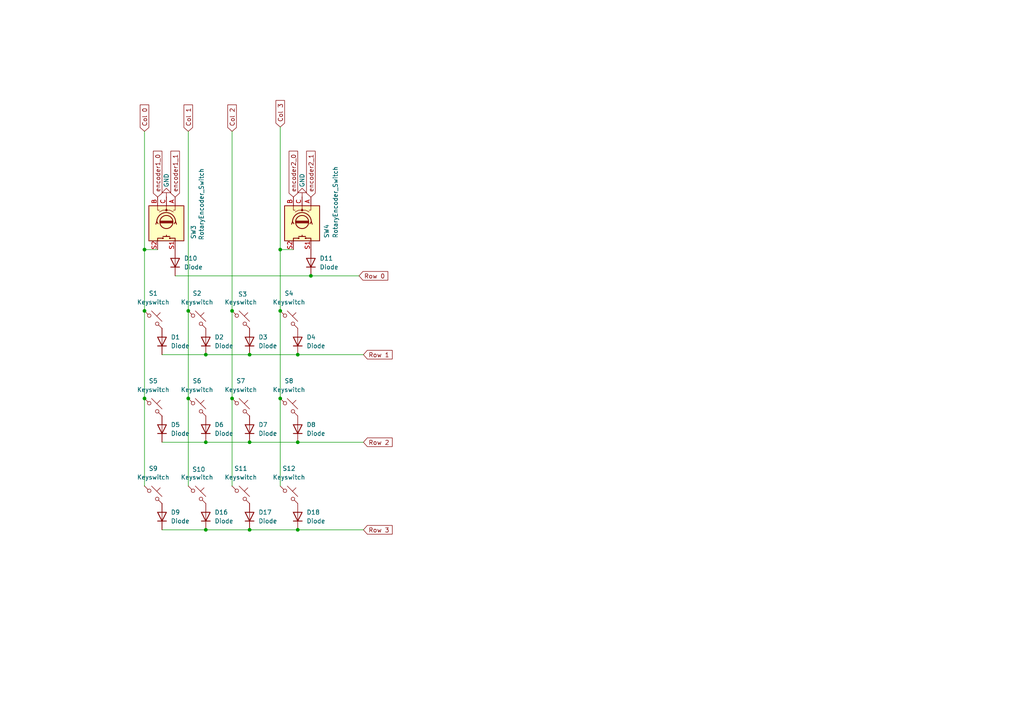
<source format=kicad_sch>
(kicad_sch (version 20250114) (generator "eeschema") (generator_version "9.0")
  (paper "A4")
  (title_block (title "Macro32") (date "2025-11-08") (rev "v2") (company "KillrOfLife"))
  (lib_symbols
    (symbol "Device:RotaryEncoder_Switch" (pin_names (offset 0.254) (hide yes))
      (property "Reference" "SW" (at 0 6.604 0))
      (property "Value" "RotaryEncoder_Switch" (at 0 -6.604 0))
      (symbol "RotaryEncoder_Switch_0_1"
        (rectangle (start -5.08 5.08) (end 5.08 -5.08) (stroke (width 0.254)) (fill (type background)))
        (polyline (pts (xy -5.08 2.54) (xy -3.81 2.54) (xy -3.81 2.032)))
        (polyline (pts (xy -5.08 0) (xy -3.81 0) (xy -3.81 -1.016) (xy -3.302 -2.032)))
        (polyline (pts (xy -5.08 -2.54) (xy -3.81 -2.54) (xy -3.81 -2.032)))
        (polyline (pts (xy -4.318 0) (xy -3.81 0) (xy -3.81 1.016) (xy -3.302 2.032)))
        (circle (center -3.81 0) (radius 0.254) (fill (type outline)))
        (polyline (pts (xy -0.635 -1.778) (xy -0.635 1.778)) (stroke (width 0.254)))
        (circle (center -0.381 0) (radius 1.905) (stroke (width 0.254)))
        (polyline (pts (xy -0.381 -1.778) (xy -0.381 1.778)) (stroke (width 0.254)))
        (arc (start -0.381 -2.794) (mid -3.0988 -0.0635) (end -0.381 2.667) (stroke (width 0.254)))
        (polyline (pts (xy -0.127 1.778) (xy -0.127 -1.778)) (stroke (width 0.254)))
        (polyline (pts (xy 0.254 2.921) (xy -0.508 2.667) (xy 0.127 2.286)) (stroke (width 0.254)))
        (polyline (pts (xy 0.254 -3.048) (xy -0.508 -2.794) (xy 0.127 -2.413)) (stroke (width 0.254)))
        (polyline (pts (xy 3.81 1.016) (xy 3.81 -1.016)) (stroke (width 0.254)))
        (polyline (pts (xy 3.81 0) (xy 3.429 0)) (stroke (width 0.254)))
        (circle (center 4.318 1.016) (radius 0.127) (stroke (width 0.254)))
        (circle (center 4.318 -1.016) (radius 0.127) (stroke (width 0.254)))
        (polyline (pts (xy 5.08 2.54) (xy 4.318 2.54) (xy 4.318 1.016)) (stroke (width 0.254)))
        (polyline (pts (xy 5.08 -2.54) (xy 4.318 -2.54) (xy 4.318 -1.016)) (stroke (width 0.254)))
      )
      (symbol "RotaryEncoder_Switch_1_1"
        (pin passive line (at -7.62 2.54 0) (length 2.54) (name "A") (number "A"))
        (pin passive line (at -7.62 0 0) (length 2.54) (name "C") (number "C"))
        (pin passive line (at -7.62 -2.54 0) (length 2.54) (name "B") (number "B"))
        (pin passive line (at 7.62 2.54 180) (length 2.54) (name "S1") (number "S1"))
        (pin passive line (at 7.62 -2.54 180) (length 2.54) (name "S2") (number "S2"))
      )
    )
    (symbol "ScottoKeebs:Placeholder_Diode" (pin_numbers (hide yes)) (pin_names (hide yes))
      (property "Reference" "D" (at 0 2.54 0))
      (property "Value" "Diode" (at 0 -2.54 0))
      (symbol "Placeholder_Diode_0_1"
        (polyline (pts (xy -1.27 1.27) (xy -1.27 -1.27)) (stroke (width 0.254)))
        (polyline (pts (xy 1.27 1.27) (xy 1.27 -1.27) (xy -1.27 0) (xy 1.27 1.27)) (stroke (width 0.254)))
        (polyline (pts (xy 1.27 0) (xy -1.27 0)))
      )
      (symbol "Placeholder_Diode_1_1"
        (pin passive line (at -3.81 0 0) (length 2.54) (name "K") (number "1"))
        (pin passive line (at 3.81 0 180) (length 2.54) (name "A") (number "2"))
      )
    )
    (symbol "ScottoKeebs:Placeholder_Keyswitch" (pin_numbers (hide yes)) (pin_names (offset 1.016) (hide yes))
      (property "Reference" "S" (at 3.048 1.016 0))
      (property "Value" "Keyswitch" (at 0 -3.81 0))
      (symbol "Placeholder_Keyswitch_0_1"
        (polyline (pts (xy -2.54 2.54) (xy -1.524 1.524) (xy -1.524 1.524)))
        (circle (center -1.1684 1.1684) (radius 0.508))
        (polyline (pts (xy -0.508 2.54) (xy 2.54 -0.508)))
        (polyline (pts (xy 1.016 1.016) (xy 2.032 2.032)))
        (circle (center 1.143 -1.1938) (radius 0.508))
        (polyline (pts (xy 1.524 -1.524) (xy 2.54 -2.54) (xy 2.54 -2.54) (xy 2.54 -2.54)))
        (pin passive line (at -2.54 2.54 0) (length 0) (name "1") (number "1"))
        (pin passive line (at 2.54 -2.54 180) (length 0) (name "2") (number "2"))
      )
    )
    (symbol "power:GND" (power) (pin_numbers (hide yes)) (pin_names (offset 0) (hide yes))
      (property "Value" "GND" (at 0 -3.81 0))
      (symbol "GND_0_1"
        (polyline (pts (xy 0 0) (xy 0 -1.27) (xy 1.27 -1.27) (xy 0 -2.54) (xy -1.27 -1.27) (xy 0 -1.27)))
      )
      (symbol "GND_1_1"
        (pin power_in line (at 0 0 270) (length 0) (name "~") (number "1"))
      )
    )
  )
  (junction (at 72.39 128.27))
  (junction (at 72.39 153.67))
  (junction (at 41.91 90.17))
  (junction (at 67.31 90.17))
  (junction (at 59.69 128.27))
  (junction (at 86.36 128.27))
  (junction (at 59.69 153.67))
  (junction (at 86.36 153.67))
  (junction (at 81.28 72.39))
  (junction (at 86.36 102.87))
  (junction (at 81.28 90.17))
  (junction (at 59.69 102.87))
  (junction (at 72.39 102.87))
  (junction (at 54.61 90.17))
  (junction (at 41.91 115.57))
  (junction (at 81.28 115.57))
  (junction (at 67.31 115.57))
  (junction (at 90.17 80.01))
  (junction (at 54.61 115.57))
  (junction (at 41.91 72.39))
  (wire (pts (xy 72.39 128.27) (xy 86.36 128.27)))
  (wire (pts (xy 86.36 153.67) (xy 105.41 153.67)))
  (wire (pts (xy 81.28 72.39) (xy 81.28 90.17)))
  (wire (pts (xy 86.36 128.27) (xy 105.41 128.27)))
  (wire (pts (xy 90.17 80.01) (xy 104.14 80.01)))
  (wire (pts (xy 81.28 90.17) (xy 81.28 115.57)))
  (wire (pts (xy 67.31 115.57) (xy 67.31 140.97)))
  (wire (pts (xy 41.91 115.57) (xy 41.91 140.97)))
  (wire (pts (xy 54.61 115.57) (xy 54.61 140.97)))
  (wire (pts (xy 50.8 80.01) (xy 90.17 80.01)))
  (wire (pts (xy 67.31 38.1) (xy 67.31 90.17)))
  (wire (pts (xy 81.28 72.39) (xy 85.09 72.39)))
  (wire (pts (xy 81.28 115.57) (xy 81.28 140.97)))
  (wire (pts (xy 46.99 153.67) (xy 59.69 153.67)))
  (wire (pts (xy 54.61 38.1) (xy 54.61 90.17)))
  (wire (pts (xy 41.91 38.1) (xy 41.91 72.39)))
  (wire (pts (xy 46.99 102.87) (xy 59.69 102.87)))
  (wire (pts (xy 72.39 102.87) (xy 86.36 102.87)))
  (wire (pts (xy 67.31 90.17) (xy 67.31 115.57)))
  (wire (pts (xy 41.91 72.39) (xy 41.91 90.17)))
  (wire (pts (xy 59.69 128.27) (xy 72.39 128.27)))
  (wire (pts (xy 86.36 102.87) (xy 105.41 102.87)))
  (wire (pts (xy 41.91 72.39) (xy 45.72 72.39)))
  (wire (pts (xy 54.61 90.17) (xy 54.61 115.57)))
  (wire (pts (xy 59.69 102.87) (xy 72.39 102.87)))
  (wire (pts (xy 59.69 153.67) (xy 72.39 153.67)))
  (wire (pts (xy 72.39 153.67) (xy 86.36 153.67)))
  (wire (pts (xy 81.28 36.83) (xy 81.28 72.39)))
  (wire (pts (xy 41.91 90.17) (xy 41.91 115.57)))
  (wire (pts (xy 46.99 128.27) (xy 59.69 128.27)))
  (global_label "Row 2" (shape input) (at 105.41 128.27 0) (property "Intersheetrefs" "${INTERSHEET_REFS}" (effects (hide yes))))
  (global_label "Col 1" (shape input) (at 54.61 38.1 90) (property "Intersheetrefs" "${INTERSHEET_REFS}" (effects (hide yes))))
  (global_label "Col 0" (shape input) (at 41.91 38.1 90) (property "Intersheetrefs" "${INTERSHEET_REFS}" (effects (hide yes))))
  (global_label "encoder2_0" (shape input) (at 85.09 57.15 90) (property "Intersheetrefs" "${INTERSHEET_REFS}" (effects (hide yes))))
  (global_label "Col 2" (shape input) (at 67.31 38.1 90) (property "Intersheetrefs" "${INTERSHEET_REFS}" (effects (hide yes))))
  (global_label "encoder2_1" (shape input) (at 90.17 57.15 90) (property "Intersheetrefs" "${INTERSHEET_REFS}" (effects (hide yes))))
  (global_label "Row 0" (shape input) (at 104.14 80.01 0) (property "Intersheetrefs" "${INTERSHEET_REFS}" (effects (hide yes))))
  (global_label "encoder1_1" (shape input) (at 50.8 57.15 90) (property "Intersheetrefs" "${INTERSHEET_REFS}" (effects (hide yes))))
  (global_label "Row 3" (shape input) (at 105.41 153.67 0) (property "Intersheetrefs" "${INTERSHEET_REFS}" (effects (hide yes))))
  (global_label "encoder1_0" (shape input) (at 45.72 57.15 90) (property "Intersheetrefs" "${INTERSHEET_REFS}" (effects (hide yes))))
  (global_label "Col 3" (shape input) (at 81.28 36.83 90) (property "Intersheetrefs" "${INTERSHEET_REFS}" (effects (hide yes))))
  (global_label "Row 1" (shape input) (at 105.41 102.87 0) (property "Intersheetrefs" "${INTERSHEET_REFS}" (effects (hide yes))))
  (symbol (lib_id "power:GND") (at 48.26 57.15 180) (unit 1)
    (property "Reference" "#PWR017" (effects (hide yes)))
    (property "Value" "GND" (at 48.26 52.324 90))
    (property "Description" "Power symbol creates a global label with name \"GND\" , ground" (effects (hide yes)))
  )
  (symbol (lib_id "Device:RotaryEncoder_Switch") (at 48.26 64.77 270) (unit 1)
    (property "Reference" "SW3" (at 56.134 65.278 0) (effects (justify left)))
    (property "Value" "RotaryEncoder_Switch" (at 58.42 48.768 0) (effects (justify left)))
    (property "Footprint" "kbd:keyswitch_cherrymx_hotswap_1u_rotary_encoder_ec12" (effects (hide yes)))
    (property "Description" "Rotary encoder, dual channel, incremental quadrate outputs, with switch" (effects (hide yes)))
  )
  (symbol (lib_id "ScottoKeebs:Placeholder_Diode") (at 59.69 124.46 90) (unit 1)
    (property "Reference" "D6" (at 62.23 123.1899 90) (effects (justify right)))
    (property "Value" "Diode" (at 62.23 125.7299 90) (effects (justify right)))
    (property "Footprint" "ScottoKeebs_Components:Diode_SOD-123" (effects (hide yes)))
    (property "Description" "1N4148 (DO-35) or 1N4148W (SOD-123)" (effects (hide yes)))
    (property "Sim.Device" "D" (effects (hide yes)))
    (property "Sim.Pins" "1=K 2=A" (effects (hide yes)))
  )
  (symbol (lib_id "ScottoKeebs:Placeholder_Keyswitch") (at 69.85 118.11 0) (unit 1)
    (property "Reference" "S7" (at 69.85 110.49 0))
    (property "Value" "Keyswitch" (at 69.85 113.03 0))
    (property "Footprint" "ScottoKeebs_Hotswap:Hotswap_MX_1.00u" (effects (hide yes)))
    (property "Description" "Push button switch, normally open, two pins, 45° tilted" (effects (hide yes)))
  )
  (symbol (lib_id "ScottoKeebs:Placeholder_Keyswitch") (at 44.45 92.71 0) (unit 1)
    (property "Reference" "S1" (at 44.45 85.09 0))
    (property "Value" "Keyswitch" (at 44.45 87.63 0))
    (property "Footprint" "ScottoKeebs_Hotswap:Hotswap_MX_1.00u" (effects (hide yes)))
    (property "Description" "Push button switch, normally open, two pins, 45° tilted" (effects (hide yes)))
  )
  (symbol (lib_id "ScottoKeebs:Placeholder_Diode") (at 46.99 149.86 90) (unit 1)
    (property "Reference" "D9" (at 49.53 148.5899 90) (effects (justify right)))
    (property "Value" "Diode" (at 49.53 151.1299 90) (effects (justify right)))
    (property "Footprint" "ScottoKeebs_Components:Diode_SOD-123" (effects (hide yes)))
    (property "Description" "1N4148 (DO-35) or 1N4148W (SOD-123)" (effects (hide yes)))
    (property "Sim.Device" "D" (effects (hide yes)))
    (property "Sim.Pins" "1=K 2=A" (effects (hide yes)))
  )
  (symbol (lib_id "ScottoKeebs:Placeholder_Diode") (at 72.39 124.46 90) (unit 1)
    (property "Reference" "D7" (at 74.93 123.1899 90) (effects (justify right)))
    (property "Value" "Diode" (at 74.93 125.7299 90) (effects (justify right)))
    (property "Footprint" "ScottoKeebs_Components:Diode_SOD-123" (effects (hide yes)))
    (property "Description" "1N4148 (DO-35) or 1N4148W (SOD-123)" (effects (hide yes)))
    (property "Sim.Device" "D" (effects (hide yes)))
    (property "Sim.Pins" "1=K 2=A" (effects (hide yes)))
  )
  (symbol (lib_id "ScottoKeebs:Placeholder_Diode") (at 86.36 124.46 90) (unit 1)
    (property "Reference" "D8" (at 88.9 123.1899 90) (effects (justify right)))
    (property "Value" "Diode" (at 88.9 125.7299 90) (effects (justify right)))
    (property "Footprint" "ScottoKeebs_Components:Diode_SOD-123" (effects (hide yes)))
    (property "Description" "1N4148 (DO-35) or 1N4148W (SOD-123)" (effects (hide yes)))
    (property "Sim.Device" "D" (effects (hide yes)))
    (property "Sim.Pins" "1=K 2=A" (effects (hide yes)))
  )
  (symbol (lib_id "ScottoKeebs:Placeholder_Keyswitch") (at 57.15 92.71 0) (unit 1)
    (property "Reference" "S2" (at 57.15 85.09 0))
    (property "Value" "Keyswitch" (at 57.15 87.63 0))
    (property "Footprint" "ScottoKeebs_Hotswap:Hotswap_MX_1.00u" (effects (hide yes)))
    (property "Description" "Push button switch, normally open, two pins, 45° tilted" (effects (hide yes)))
  )
  (symbol (lib_id "ScottoKeebs:Placeholder_Diode") (at 50.8 76.2 90) (unit 1)
    (property "Reference" "D10" (at 53.34 74.9299 90) (effects (justify right)))
    (property "Value" "Diode" (at 53.34 77.4699 90) (effects (justify right)))
    (property "Footprint" "ScottoKeebs_Components:Diode_SOD-123" (effects (hide yes)))
    (property "Description" "1N4148 (DO-35) or 1N4148W (SOD-123)" (effects (hide yes)))
    (property "Sim.Device" "D" (effects (hide yes)))
    (property "Sim.Pins" "1=K 2=A" (effects (hide yes)))
  )
  (symbol (lib_id "ScottoKeebs:Placeholder_Diode") (at 59.69 149.86 90) (unit 1)
    (property "Reference" "D16" (at 62.23 148.5899 90) (effects (justify right)))
    (property "Value" "Diode" (at 62.23 151.1299 90) (effects (justify right)))
    (property "Footprint" "ScottoKeebs_Components:Diode_SOD-123" (effects (hide yes)))
    (property "Description" "1N4148 (DO-35) or 1N4148W (SOD-123)" (effects (hide yes)))
    (property "Sim.Device" "D" (effects (hide yes)))
    (property "Sim.Pins" "1=K 2=A" (effects (hide yes)))
  )
  (symbol (lib_id "ScottoKeebs:Placeholder_Keyswitch") (at 57.15 143.51 0) (unit 1)
    (property "Reference" "S10" (at 57.658 136.144 0))
    (property "Value" "Keyswitch" (at 57.15 138.43 0))
    (property "Footprint" "ScottoKeebs_Hotswap:Hotswap_MX_1.00u" (effects (hide yes)))
    (property "Description" "Push button switch, normally open, two pins, 45° tilted" (effects (hide yes)))
  )
  (symbol (lib_id "ScottoKeebs:Placeholder_Keyswitch") (at 69.85 92.71 0) (unit 1)
    (property "Reference" "S3" (at 70.358 85.344 0))
    (property "Value" "Keyswitch" (at 69.85 87.63 0))
    (property "Footprint" "ScottoKeebs_Hotswap:Hotswap_MX_1.00u" (effects (hide yes)))
    (property "Description" "Push button switch, normally open, two pins, 45° tilted" (effects (hide yes)))
  )
  (symbol (lib_id "power:GND") (at 87.63 57.15 180) (unit 1)
    (property "Reference" "#PWR018" (effects (hide yes)))
    (property "Value" "GND" (at 87.63 52.324 90))
    (property "Description" "Power symbol creates a global label with name \"GND\" , ground" (effects (hide yes)))
  )
  (symbol (lib_id "ScottoKeebs:Placeholder_Diode") (at 46.99 99.06 90) (unit 1)
    (property "Reference" "D1" (at 49.53 97.7899 90) (effects (justify right)))
    (property "Value" "Diode" (at 49.53 100.3299 90) (effects (justify right)))
    (property "Footprint" "ScottoKeebs_Components:Diode_SOD-123" (effects (hide yes)))
    (property "Description" "1N4148 (DO-35) or 1N4148W (SOD-123)" (effects (hide yes)))
    (property "Sim.Device" "D" (effects (hide yes)))
    (property "Sim.Pins" "1=K 2=A" (effects (hide yes)))
  )
  (symbol (lib_id "ScottoKeebs:Placeholder_Diode") (at 86.36 149.86 90) (unit 1)
    (property "Reference" "D18" (at 88.9 148.5899 90) (effects (justify right)))
    (property "Value" "Diode" (at 88.9 151.1299 90) (effects (justify right)))
    (property "Footprint" "ScottoKeebs_Components:Diode_SOD-123" (effects (hide yes)))
    (property "Description" "1N4148 (DO-35) or 1N4148W (SOD-123)" (effects (hide yes)))
    (property "Sim.Device" "D" (effects (hide yes)))
    (property "Sim.Pins" "1=K 2=A" (effects (hide yes)))
  )
  (symbol (lib_id "ScottoKeebs:Placeholder_Keyswitch") (at 83.82 143.51 0) (unit 1)
    (property "Reference" "S12" (at 83.82 135.89 0))
    (property "Value" "Keyswitch" (at 83.82 138.43 0))
    (property "Footprint" "ScottoKeebs_Hotswap:Hotswap_MX_1.00u" (effects (hide yes)))
    (property "Description" "Push button switch, normally open, two pins, 45° tilted" (effects (hide yes)))
  )
  (symbol (lib_id "ScottoKeebs:Placeholder_Diode") (at 90.17 76.2 90) (unit 1)
    (property "Reference" "D11" (at 92.71 74.9299 90) (effects (justify right)))
    (property "Value" "Diode" (at 92.71 77.4699 90) (effects (justify right)))
    (property "Footprint" "ScottoKeebs_Components:Diode_SOD-123" (effects (hide yes)))
    (property "Description" "1N4148 (DO-35) or 1N4148W (SOD-123)" (effects (hide yes)))
    (property "Sim.Device" "D" (effects (hide yes)))
    (property "Sim.Pins" "1=K 2=A" (effects (hide yes)))
  )
  (symbol (lib_id "ScottoKeebs:Placeholder_Diode") (at 59.69 99.06 90) (unit 1)
    (property "Reference" "D2" (at 62.23 97.7899 90) (effects (justify right)))
    (property "Value" "Diode" (at 62.23 100.3299 90) (effects (justify right)))
    (property "Footprint" "ScottoKeebs_Components:Diode_SOD-123" (effects (hide yes)))
    (property "Description" "1N4148 (DO-35) or 1N4148W (SOD-123)" (effects (hide yes)))
    (property "Sim.Device" "D" (effects (hide yes)))
    (property "Sim.Pins" "1=K 2=A" (effects (hide yes)))
  )
  (symbol (lib_id "ScottoKeebs:Placeholder_Diode") (at 72.39 99.06 90) (unit 1)
    (property "Reference" "D3" (at 74.93 97.7899 90) (effects (justify right)))
    (property "Value" "Diode" (at 74.93 100.3299 90) (effects (justify right)))
    (property "Footprint" "ScottoKeebs_Components:Diode_SOD-123" (effects (hide yes)))
    (property "Description" "1N4148 (DO-35) or 1N4148W (SOD-123)" (effects (hide yes)))
    (property "Sim.Device" "D" (effects (hide yes)))
    (property "Sim.Pins" "1=K 2=A" (effects (hide yes)))
  )
  (symbol (lib_id "ScottoKeebs:Placeholder_Keyswitch") (at 44.45 118.11 0) (unit 1)
    (property "Reference" "S5" (at 44.45 110.49 0))
    (property "Value" "Keyswitch" (at 44.45 113.03 0))
    (property "Footprint" "ScottoKeebs_Hotswap:Hotswap_MX_1.00u" (effects (hide yes)))
    (property "Description" "Push button switch, normally open, two pins, 45° tilted" (effects (hide yes)))
  )
  (symbol (lib_id "ScottoKeebs:Placeholder_Keyswitch") (at 83.82 118.11 0) (unit 1)
    (property "Reference" "S8" (at 83.82 110.49 0))
    (property "Value" "Keyswitch" (at 83.82 113.03 0))
    (property "Footprint" "ScottoKeebs_Hotswap:Hotswap_MX_1.00u" (effects (hide yes)))
    (property "Description" "Push button switch, normally open, two pins, 45° tilted" (effects (hide yes)))
  )
  (symbol (lib_id "Device:RotaryEncoder_Switch") (at 87.63 64.77 270) (unit 1)
    (property "Reference" "SW4" (at 94.742 69.088 0) (effects (justify right)))
    (property "Value" "RotaryEncoder_Switch" (at 97.282 69.088 0) (effects (justify right)))
    (property "Footprint" "kbd:keyswitch_cherrymx_hotswap_1u_rotary_encoder_ec12" (effects (hide yes)))
    (property "Description" "Rotary encoder, dual channel, incremental quadrate outputs, with switch" (effects (hide yes)))
  )
  (symbol (lib_id "ScottoKeebs:Placeholder_Keyswitch") (at 69.85 143.51 0) (unit 1)
    (property "Reference" "S11" (at 69.85 135.89 0))
    (property "Value" "Keyswitch" (at 69.85 138.43 0))
    (property "Footprint" "ScottoKeebs_Hotswap:Hotswap_MX_1.00u" (effects (hide yes)))
    (property "Description" "Push button switch, normally open, two pins, 45° tilted" (effects (hide yes)))
  )
  (symbol (lib_id "ScottoKeebs:Placeholder_Keyswitch") (at 57.15 118.11 0) (unit 1)
    (property "Reference" "S6" (at 57.15 110.49 0))
    (property "Value" "Keyswitch" (at 57.15 113.03 0))
    (property "Footprint" "ScottoKeebs_Hotswap:Hotswap_MX_1.00u" (effects (hide yes)))
    (property "Description" "Push button switch, normally open, two pins, 45° tilted" (effects (hide yes)))
  )
  (symbol (lib_id "ScottoKeebs:Placeholder_Keyswitch") (at 44.45 143.51 0) (unit 1)
    (property "Reference" "S9" (at 44.45 135.89 0))
    (property "Value" "Keyswitch" (at 44.45 138.43 0))
    (property "Footprint" "ScottoKeebs_Hotswap:Hotswap_MX_1.00u" (effects (hide yes)))
    (property "Description" "Push button switch, normally open, two pins, 45° tilted" (effects (hide yes)))
  )
  (symbol (lib_id "ScottoKeebs:Placeholder_Diode") (at 46.99 124.46 90) (unit 1)
    (property "Reference" "D5" (at 49.53 123.1899 90) (effects (justify right)))
    (property "Value" "Diode" (at 49.53 125.7299 90) (effects (justify right)))
    (property "Footprint" "ScottoKeebs_Components:Diode_SOD-123" (effects (hide yes)))
    (property "Description" "1N4148 (DO-35) or 1N4148W (SOD-123)" (effects (hide yes)))
    (property "Sim.Device" "D" (effects (hide yes)))
    (property "Sim.Pins" "1=K 2=A" (effects (hide yes)))
  )
  (symbol (lib_id "ScottoKeebs:Placeholder_Diode") (at 72.39 149.86 90) (unit 1)
    (property "Reference" "D17" (at 74.93 148.5899 90) (effects (justify right)))
    (property "Value" "Diode" (at 74.93 151.1299 90) (effects (justify right)))
    (property "Footprint" "ScottoKeebs_Components:Diode_SOD-123" (effects (hide yes)))
    (property "Description" "1N4148 (DO-35) or 1N4148W (SOD-123)" (effects (hide yes)))
    (property "Sim.Device" "D" (effects (hide yes)))
    (property "Sim.Pins" "1=K 2=A" (effects (hide yes)))
  )
  (symbol (lib_id "ScottoKeebs:Placeholder_Diode") (at 86.36 99.06 90) (unit 1)
    (property "Reference" "D4" (at 88.9 97.7899 90) (effects (justify right)))
    (property "Value" "Diode" (at 88.9 100.3299 90) (effects (justify right)))
    (property "Footprint" "ScottoKeebs_Components:Diode_SOD-123" (effects (hide yes)))
    (property "Description" "1N4148 (DO-35) or 1N4148W (SOD-123)" (effects (hide yes)))
    (property "Sim.Device" "D" (effects (hide yes)))
    (property "Sim.Pins" "1=K 2=A" (effects (hide yes)))
  )
  (symbol (lib_id "ScottoKeebs:Placeholder_Keyswitch") (at 83.82 92.71 0) (unit 1)
    (property "Reference" "S4" (at 83.82 85.09 0))
    (property "Value" "Keyswitch" (at 83.82 87.63 0))
    (property "Footprint" "ScottoKeebs_Hotswap:Hotswap_MX_1.00u" (effects (hide yes)))
    (property "Description" "Push button switch, normally open, two pins, 45° tilted" (effects (hide yes)))
  )
)
</source>
